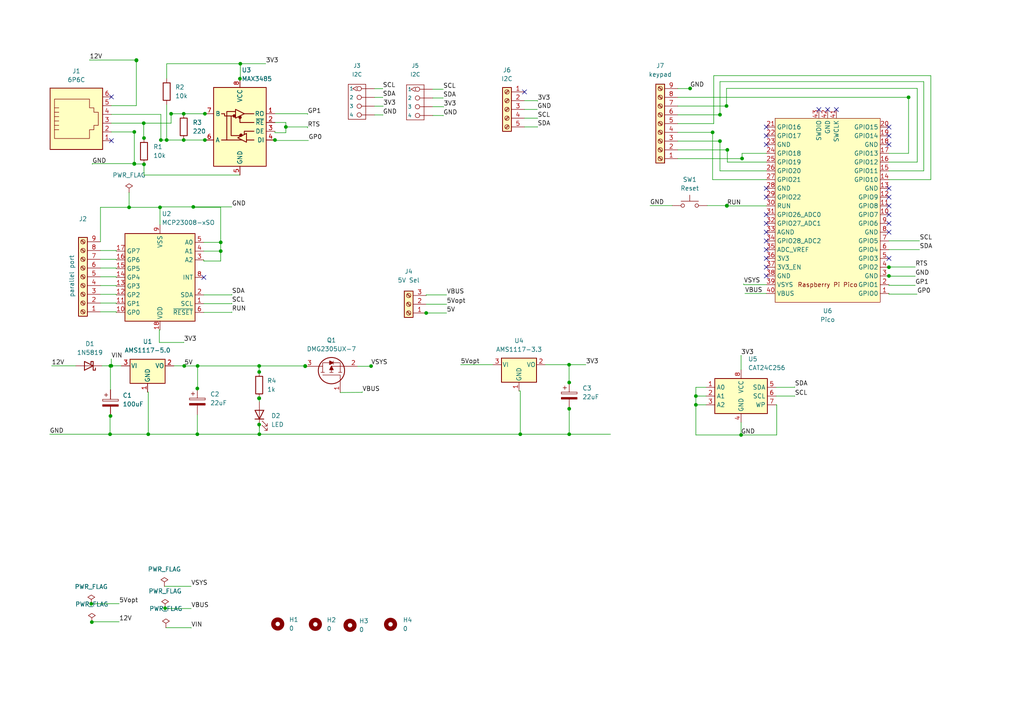
<source format=kicad_sch>
(kicad_sch (version 20211123) (generator eeschema)
  (paper "A4")
  (title_block (title "Lenz  Xpressnet Throttle") (date "2024-04-09") (rev "3.0"))
  (lib_symbols
    (symbol "Connector:6P6C" (pin_names (offset 1.016))
      (property "Reference" "J" (at -5.08 11.43 0))
      (property "Value" "6P6C" (at 2.54 11.43 0))
      (symbol "6P6C_1_1"
        (pin passive line (at 10.16 -5.08 180) (length 2.54) (name "~") (number "1"))
        (pin passive line (at 10.16 -2.54 180) (length 2.54) (name "~") (number "2"))
        (pin passive line (at 10.16 0 180) (length 2.54) (name "~") (number "3"))
        (pin passive line (at 10.16 2.54 180) (length 2.54) (name "~") (number "4"))
        (pin passive line (at 10.16 5.08 180) (length 2.54) (name "~") (number "5"))
        (pin passive line (at 10.16 7.62 180) (length 2.54) (name "~") (number "6"))
      )
    )
    (symbol "Connector:Screw_Terminal_01x03" (pin_names (offset 1.016) hide)
      (property "Reference" "J" (at 0 5.08 0))
      (property "Value" "Screw_Terminal_01x03" (at 0 -5.08 0))
      (symbol "Screw_Terminal_01x03_1_1"
        (pin passive line (at -5.08 2.54 0) (length 3.81) (name "Pin_1") (number "1"))
        (pin passive line (at -5.08 0 0) (length 3.81) (name "Pin_2") (number "2"))
        (pin passive line (at -5.08 -2.54 0) (length 3.81) (name "Pin_3") (number "3"))
      )
    )
    (symbol "Connector:Screw_Terminal_01x05" (pin_names (offset 1.016) hide)
      (property "Reference" "J" (at 0 7.62 0))
      (property "Value" "Screw_Terminal_01x05" (at 0 -7.62 0))
      (symbol "Screw_Terminal_01x05_1_1"
        (pin passive line (at -5.08 5.08 0) (length 3.81) (name "Pin_1") (number "1"))
        (pin passive line (at -5.08 2.54 0) (length 3.81) (name "Pin_2") (number "2"))
        (pin passive line (at -5.08 0 0) (length 3.81) (name "Pin_3") (number "3"))
        (pin passive line (at -5.08 -2.54 0) (length 3.81) (name "Pin_4") (number "4"))
        (pin passive line (at -5.08 -5.08 0) (length 3.81) (name "Pin_5") (number "5"))
      )
    )
    (symbol "Connector:Screw_Terminal_01x09" (pin_names (offset 1.016) hide)
      (property "Reference" "J" (at 0 12.7 0))
      (property "Value" "Screw_Terminal_01x09" (at 0 -12.7 0))
      (symbol "Screw_Terminal_01x09_1_1"
        (pin passive line (at -5.08 10.16 0) (length 3.81) (name "Pin_1") (number "1"))
        (pin passive line (at -5.08 7.62 0) (length 3.81) (name "Pin_2") (number "2"))
        (pin passive line (at -5.08 5.08 0) (length 3.81) (name "Pin_3") (number "3"))
        (pin passive line (at -5.08 2.54 0) (length 3.81) (name "Pin_4") (number "4"))
        (pin passive line (at -5.08 0 0) (length 3.81) (name "Pin_5") (number "5"))
        (pin passive line (at -5.08 -2.54 0) (length 3.81) (name "Pin_6") (number "6"))
        (pin passive line (at -5.08 -5.08 0) (length 3.81) (name "Pin_7") (number "7"))
        (pin passive line (at -5.08 -7.62 0) (length 3.81) (name "Pin_8") (number "8"))
        (pin passive line (at -5.08 -10.16 0) (length 3.81) (name "Pin_9") (number "9"))
      )
    )
    (symbol "DMG2305UX-7:DMG2305UX-7" (pin_names (offset 0.762))
      (property "Reference" "Q" (at 11.43 3.81 0))
      (property "Value" "DMG2305UX-7" (at 11.43 1.27 0))
      (symbol "DMG2305UX-7_0_0"
        (pin passive line (at 0 0 0) (length 2.54) (name "~") (number "1"))
        (pin passive line (at 7.62 -5.08 90) (length 2.54) (name "~") (number "2"))
        (pin passive line (at 7.62 10.16 270) (length 2.54) (name "~") (number "3"))
      )
    )
    (symbol "Device:C_Polarized" (pin_numbers hide) (pin_names (offset 0.254))
      (property "Reference" "C" (at 0.635 2.54 0))
      (property "Value" "C_Polarized" (at 0.635 -2.54 0))
      (symbol "C_Polarized_1_1"
        (pin passive line (at 0 3.81 270) (length 2.794) (name "~") (number "1"))
        (pin passive line (at 0 -3.81 90) (length 2.794) (name "~") (number "2"))
      )
    )
    (symbol "Device:LED" (pin_numbers hide) (pin_names (offset 1.016) hide)
      (property "Reference" "D" (at 0 2.54 0))
      (property "Value" "LED" (at 0 -2.54 0))
      (symbol "LED_1_1"
        (pin passive line (at -3.81 0 0) (length 2.54) (name "K") (number "1"))
        (pin passive line (at 3.81 0 180) (length 2.54) (name "A") (number "2"))
      )
    )
    (symbol "Device:R" (pin_numbers hide) (pin_names (offset 0))
      (property "Reference" "R" (at 2.032 0 90))
      (property "Value" "R" (at 0 0 90))
      (symbol "R_1_1"
        (pin passive line (at 0 3.81 270) (length 1.27) (name "~") (number "1"))
        (pin passive line (at 0 -3.81 90) (length 1.27) (name "~") (number "2"))
      )
    )
    (symbol "Diode:1N5819" (pin_numbers hide) (pin_names (offset 1.016) hide)
      (property "Reference" "D" (at 0 2.54 0))
      (property "Value" "1N5819" (at 0 -2.54 0))
      (symbol "1N5819_1_1"
        (pin passive line (at -3.81 0 0) (length 2.54) (name "K") (number "1"))
        (pin passive line (at 3.81 0 180) (length 2.54) (name "A") (number "2"))
      )
    )
    (symbol "Interface_Expansion:MCP23008-xSO"
      (property "Reference" "U" (at -8.89 13.97 0))
      (property "Value" "MCP23008-xSO" (at 8.89 13.97 0))
      (symbol "MCP23008-xSO_1_1"
        (pin input line (at -12.7 7.62 0) (length 2.54) (name "SCL") (number "1"))
        (pin bidirectional line (at 12.7 10.16 180) (length 2.54) (name "GP0") (number "10"))
        (pin bidirectional line (at 12.7 7.62 180) (length 2.54) (name "GP1") (number "11"))
        (pin bidirectional line (at 12.7 5.08 180) (length 2.54) (name "GP2") (number "12"))
        (pin bidirectional line (at 12.7 2.54 180) (length 2.54) (name "GP3") (number "13"))
        (pin bidirectional line (at 12.7 0 180) (length 2.54) (name "GP4") (number "14"))
        (pin bidirectional line (at 12.7 -2.54 180) (length 2.54) (name "GP5") (number "15"))
        (pin bidirectional line (at 12.7 -5.08 180) (length 2.54) (name "GP6") (number "16"))
        (pin bidirectional line (at 12.7 -7.62 180) (length 2.54) (name "GP7") (number "17"))
        (pin power_in line (at 0 15.24 270) (length 2.54) (name "VDD") (number "18"))
        (pin bidirectional line (at -12.7 5.08 0) (length 2.54) (name "SDA") (number "2"))
        (pin input line (at -12.7 -5.08 0) (length 2.54) (name "A2") (number "3"))
        (pin input line (at -12.7 -7.62 0) (length 2.54) (name "A1") (number "4"))
        (pin input line (at -12.7 -10.16 0) (length 2.54) (name "A0") (number "5"))
        (pin input line (at -12.7 10.16 0) (length 2.54) (name "~{RESET}") (number "6"))
        (pin no_connect line (at -10.16 -2.54 0) (length 2.54) hide (name "NC") (number "7"))
        (pin output line (at -12.7 0 0) (length 2.54) (name "INT") (number "8"))
        (pin power_in line (at 0 -15.24 90) (length 2.54) (name "VSS") (number "9"))
      )
    )
    (symbol "Interface_UART:MAX3485"
      (property "Reference" "U" (at -6.096 11.43 0))
      (property "Value" "MAX3485" (at 0.762 11.43 0))
      (symbol "MAX3485_1_1"
        (pin output line (at -10.16 2.54 0) (length 2.54) (name "RO") (number "1"))
        (pin input line (at -10.16 0 0) (length 2.54) (name "~{RE}") (number "2"))
        (pin input line (at -10.16 -2.54 0) (length 2.54) (name "DE") (number "3"))
        (pin input line (at -10.16 -5.08 0) (length 2.54) (name "DI") (number "4"))
        (pin power_in line (at 0 -15.24 90) (length 2.54) (name "GND") (number "5"))
        (pin bidirectional line (at 10.16 -5.08 180) (length 2.54) (name "A") (number "6"))
        (pin bidirectional line (at 10.16 2.54 180) (length 2.54) (name "B") (number "7"))
        (pin power_in line (at 0 12.7 270) (length 2.54) (name "VCC") (number "8"))
      )
    )
    (symbol "MCU_RaspberryPi_and_Boards:Pico"
      (property "Reference" "U" (at -13.97 27.94 0))
      (property "Value" "Pico" (at 0 19.05 0))
      (symbol "Pico_0_0"
        (text "Raspberry Pi Pico" (at 0 21.59 0) (effects (font (size 1.27 1.27))))
      )
      (symbol "Pico_1_1"
        (pin bidirectional line (at -17.78 24.13 0) (length 2.54) (name "GPIO0") (number "1"))
        (pin bidirectional line (at -17.78 1.27 0) (length 2.54) (name "GPIO7") (number "10"))
        (pin bidirectional line (at -17.78 -1.27 0) (length 2.54) (name "GPIO8") (number "11"))
        (pin bidirectional line (at -17.78 -3.81 0) (length 2.54) (name "GPIO9") (number "12"))
        (pin power_in line (at -17.78 -6.35 0) (length 2.54) (name "GND") (number "13"))
        (pin bidirectional line (at -17.78 -8.89 0) (length 2.54) (name "GPIO10") (number "14"))
        (pin bidirectional line (at -17.78 -11.43 0) (length 2.54) (name "GPIO11") (number "15"))
        (pin bidirectional line (at -17.78 -13.97 0) (length 2.54) (name "GPIO12") (number "16"))
        (pin bidirectional line (at -17.78 -16.51 0) (length 2.54) (name "GPIO13") (number "17"))
        (pin power_in line (at -17.78 -19.05 0) (length 2.54) (name "GND") (number "18"))
        (pin bidirectional line (at -17.78 -21.59 0) (length 2.54) (name "GPIO14") (number "19"))
        (pin bidirectional line (at -17.78 21.59 0) (length 2.54) (name "GPIO1") (number "2"))
        (pin bidirectional line (at -17.78 -24.13 0) (length 2.54) (name "GPIO15") (number "20"))
        (pin bidirectional line (at 17.78 -24.13 180) (length 2.54) (name "GPIO16") (number "21"))
        (pin bidirectional line (at 17.78 -21.59 180) (length 2.54) (name "GPIO17") (number "22"))
        (pin power_in line (at 17.78 -19.05 180) (length 2.54) (name "GND") (number "23"))
        (pin bidirectional line (at 17.78 -16.51 180) (length 2.54) (name "GPIO18") (number "24"))
        (pin bidirectional line (at 17.78 -13.97 180) (length 2.54) (name "GPIO19") (number "25"))
        (pin bidirectional line (at 17.78 -11.43 180) (length 2.54) (name "GPIO20") (number "26"))
        (pin bidirectional line (at 17.78 -8.89 180) (length 2.54) (name "GPIO21") (number "27"))
        (pin power_in line (at 17.78 -6.35 180) (length 2.54) (name "GND") (number "28"))
        (pin bidirectional line (at 17.78 -3.81 180) (length 2.54) (name "GPIO22") (number "29"))
        (pin power_in line (at -17.78 19.05 0) (length 2.54) (name "GND") (number "3"))
        (pin input line (at 17.78 -1.27 180) (length 2.54) (name "RUN") (number "30"))
        (pin bidirectional line (at 17.78 1.27 180) (length 2.54) (name "GPIO26_ADC0") (number "31"))
        (pin bidirectional line (at 17.78 3.81 180) (length 2.54) (name "GPIO27_ADC1") (number "32"))
        (pin power_in line (at 17.78 6.35 180) (length 2.54) (name "AGND") (number "33"))
        (pin bidirectional line (at 17.78 8.89 180) (length 2.54) (name "GPIO28_ADC2") (number "34"))
        (pin power_in line (at 17.78 11.43 180) (length 2.54) (name "ADC_VREF") (number "35"))
        (pin power_in line (at 17.78 13.97 180) (length 2.54) (name "3V3") (number "36"))
        (pin input line (at 17.78 16.51 180) (length 2.54) (name "3V3_EN") (number "37"))
        (pin bidirectional line (at 17.78 19.05 180) (length 2.54) (name "GND") (number "38"))
        (pin power_in line (at 17.78 21.59 180) (length 2.54) (name "VSYS") (number "39"))
        (pin bidirectional line (at -17.78 16.51 0) (length 2.54) (name "GPIO2") (number "4"))
        (pin power_in line (at 17.78 24.13 180) (length 2.54) (name "VBUS") (number "40"))
        (pin input line (at -2.54 -29.21 90) (length 2.54) (name "SWCLK") (number "41"))
        (pin power_in line (at 0 -29.21 90) (length 2.54) (name "GND") (number "42"))
        (pin bidirectional line (at 2.54 -29.21 90) (length 2.54) (name "SWDIO") (number "43"))
        (pin bidirectional line (at -17.78 13.97 0) (length 2.54) (name "GPIO3") (number "5"))
        (pin bidirectional line (at -17.78 11.43 0) (length 2.54) (name "GPIO4") (number "6"))
        (pin bidirectional line (at -17.78 8.89 0) (length 2.54) (name "GPIO5") (number "7"))
        (pin power_in line (at -17.78 6.35 0) (length 2.54) (name "GND") (number "8"))
        (pin bidirectional line (at -17.78 3.81 0) (length 2.54) (name "GPIO6") (number "9"))
      )
    )
    (symbol "Mechanical:MountingHole" (pin_names (offset 1.016))
      (property "Reference" "H" (at 0 5.08 0))
      (property "Value" "MountingHole" (at 0 3.175 0))
    )
    (symbol "Memory_EEPROM:CAT24C256"
      (property "Reference" "U" (at -6.35 6.35 0))
      (property "Value" "CAT24C256" (at 1.27 6.35 0))
      (symbol "CAT24C256_1_1"
        (pin input line (at -10.16 2.54 0) (length 2.54) (name "A0") (number "1"))
        (pin input line (at -10.16 0 0) (length 2.54) (name "A1") (number "2"))
        (pin input line (at -10.16 -2.54 0) (length 2.54) (name "A2") (number "3"))
        (pin power_in line (at 0 -7.62 90) (length 2.54) (name "GND") (number "4"))
        (pin bidirectional line (at 10.16 2.54 180) (length 2.54) (name "SDA") (number "5"))
        (pin input line (at 10.16 0 180) (length 2.54) (name "SCL") (number "6"))
        (pin input line (at 10.16 -2.54 180) (length 2.54) (name "WP") (number "7"))
        (pin power_in line (at 0 7.62 270) (length 2.54) (name "VCC") (number "8"))
      )
    )
    (symbol "OPL_Connector:GROVE-CONNECTOR-DIP_4P-2.0_" (pin_numbers hide) (pin_names (offset 1.016))
      (property "Reference" "J" (at -6.35 6.35 0))
      (property "Value" "GROVE-CONNECTOR-DIP_4P-2.0_" (at 0 6.35 0))
      (symbol "GROVE-CONNECTOR-DIP_4P-2.0__1_1"
        (pin bidirectional inverted_clock (at -3.81 3.81 0) (length 5.08) (name "1") (number "1"))
        (pin bidirectional inverted (at -3.81 1.27 0) (length 5.08) (name "2") (number "2"))
        (pin bidirectional inverted (at -3.81 -1.27 0) (length 5.08) (name "3") (number "3"))
        (pin bidirectional inverted (at -3.81 -3.81 0) (length 5.08) (name "4") (number "4"))
      )
    )
    (symbol "Regulator_Linear:AMS1117-3.3" (pin_names (offset 0.254))
      (property "Reference" "U" (at -3.81 3.175 0))
      (property "Value" "AMS1117-3.3" (at 0 3.175 0))
      (symbol "AMS1117-3.3_1_1"
        (pin power_in line (at 0 -7.62 90) (length 2.54) (name "GND") (number "1"))
        (pin power_out line (at 7.62 0 180) (length 2.54) (name "VO") (number "2"))
        (pin power_in line (at -7.62 0 0) (length 2.54) (name "VI") (number "3"))
      )
    )
    (symbol "Regulator_Linear:AMS1117-5.0" (pin_names (offset 0.254))
      (property "Reference" "U" (at -3.81 3.175 0))
      (property "Value" "AMS1117-5.0" (at 0 3.175 0))
      (symbol "AMS1117-5.0_1_1"
        (pin power_in line (at 0 -7.62 90) (length 2.54) (name "GND") (number "1"))
        (pin power_out line (at 7.62 0 180) (length 2.54) (name "VO") (number "2"))
        (pin power_in line (at -7.62 0 0) (length 2.54) (name "VI") (number "3"))
      )
    )
    (symbol "Switch:SW_Push" (pin_numbers hide) (pin_names (offset 1.016) hide)
      (property "Reference" "SW" (at 1.27 2.54 0))
      (property "Value" "SW_Push" (at 0 -1.524 0))
      (symbol "SW_Push_0_1"
        (pin passive line (at -5.08 0 0) (length 2.54) (name "1") (number "1"))
        (pin passive line (at 5.08 0 180) (length 2.54) (name "2") (number "2"))
      )
    )
    (symbol "power:PWR_FLAG" (power) (pin_numbers hide) (pin_names (offset 0) hide)
      (property "Value" "PWR_FLAG" (at 0 3.81 0))
      (symbol "PWR_FLAG_0_0"
        (pin power_out line (at 0 0 90) (length 0) (name "pwr") (number "1"))
      )
    )
  )
  (junction (at 210.7189 30.7381))
  (junction (at 123.6135 90.782))
  (junction (at 82.9106 36.8207))
  (junction (at 165.0561 105.7795))
  (junction (at 88.5138 106.2292))
  (junction (at 38.9521 47.5552))
  (junction (at 165.0932 110.9428))
  (junction (at 69.706 18.481))
  (junction (at 75.2236 125.948))
  (junction (at 263.5181 28.2271))
  (junction (at 79.7461 40.6075))
  (junction (at 257.8281 77.4973))
  (junction (at 107.6224 106.1824))
  (junction (at 48.3481 40.617))
  (junction (at 53.4353 106.139))
  (junction (at 32.0449 120.6533))
  (junction (at 150.9022 125.948))
  (junction (at 208.8197 40.9271))
  (junction (at 53.2877 40.617))
  (junction (at 32.0213 106.1064))
  (junction (at 57.2363 125.948))
  (junction (at 257.8281 80.0373))
  (junction (at 46.4082 60.1369))
  (junction (at 39.5667 17.4146))
  (junction (at 47.8864 176.4032))
  (junction (at 200.1591 25.6581))
  (junction (at 210.8216 59.6272))
  (junction (at 210.9555 43.4671))
  (junction (at 37.4416 60.1369))
  (junction (at 31.9198 125.948))
  (junction (at 64.0163 72.8339))
  (junction (at 214.9438 126.1546))
  (junction (at 165.0932 118.5628))
  (junction (at 57.3129 106.139))
  (junction (at 75.1754 107.8827))
  (junction (at 69.5861 22.8275))
  (junction (at 206.6838 38.3871))
  (junction (at 59.4261 32.9875))
  (junction (at 46.66 40.617))
  (junction (at 38.9521 38.2651))
  (junction (at 53.2877 32.997))
  (junction (at 56.0588 60.009))
  (junction (at 208.8276 33.2781))
  (junction (at 215.2272 45.9781))
  (junction (at 59.4261 40.617))
  (junction (at 26.473 175.1236))
  (junction (at 201.8307 114.8779))
  (junction (at 165.0949 125.948))
  (junction (at 75.1754 115.5027))
  (junction (at 75.1507 115.5169))
  (junction (at 26.639 180.4353))
  (junction (at 57.2363 112.6785))
  (junction (at 75.1679 106.139))
  (junction (at 88.5138 106.139))
  (junction (at 41.687 35.7251))
  (junction (at 41.762 40.0405))
  (junction (at 32.2766 106.1064))
  (junction (at 41.762 47.6605))
  (junction (at 49.6246 32.997))
  (junction (at 64.0163 70.2939))
  (junction (at 38.9521 47.4486))
  (junction (at 43.0027 125.948))
  (junction (at 201.8307 117.4179))
  (junction (at 75.1542 123.1369))
  (junction (at 75.1542 115.5169))
  (junction (at 210.8216 59.7173))
  (junction (at 39.5667 17.5424))
  (no_connect (at 237.5081 31.7773))
  (no_connect (at 222.2681 72.4173))
  (no_connect (at 222.2681 62.2573))
  (no_connect (at 222.2681 54.6373))
  (no_connect (at 222.2681 80.0373))
  (no_connect (at 32.3128 40.8051))
  (no_connect (at 257.8281 67.3373))
  (no_connect (at 222.2681 77.4973))
  (no_connect (at 222.2681 41.9373))
  (no_connect (at 257.8281 57.1773))
  (no_connect (at 222.2681 39.3973))
  (no_connect (at 222.2681 74.9573))
  (no_connect (at 257.8281 59.7173))
  (no_connect (at 222.2681 67.3373))
  (no_connect (at 257.8281 41.9373))
  (no_connect (at 257.8281 39.3973))
  (no_connect (at 222.2681 69.8773))
  (no_connect (at 59.1082 80.4539))
  (no_connect (at 257.8281 64.7973))
  (no_connect (at 222.2681 64.7973))
  (no_connect (at 32.3128 28.1051))
  (no_connect (at 242.5881 31.7773))
  (no_connect (at 257.8281 62.2573))
  (no_connect (at 257.8281 74.9573))
  (no_connect (at 152.1247 26.657))
  (no_connect (at 240.0481 31.7773))
  (no_connect (at 257.8281 36.8573))
  (no_connect (at 257.8281 54.6373))
  (no_connect (at 222.2681 36.8573))
  (no_connect (at 222.2681 57.1773))
  (wire (pts (xy 206.6838 52.0973) (xy 222.2681 52.0973)))
  (wire (pts (xy 49.6246 32.9582) (xy 49.6246 32.997)))
  (wire (pts (xy 33.7082 85.3646) (xy 33.7082 85.5339)))
  (wire (pts (xy 64.0163 60.1369) (xy 56.0588 60.1369)))
  (wire (pts (xy 105.0754 113.8024) (xy 105.0754 113.6306)))
  (wire (pts (xy 257.8281 77.4426) (xy 257.8281 77.4973)))
  (wire (pts (xy 79.7461 40.7463) (xy 79.7461 40.6075)))
  (wire (pts (xy 39.545 17.5424) (xy 39.5667 17.5424)))
  (wire (pts (xy 110.9975 28.2533) (xy 110.9975 28.2071)))
  (wire (pts (xy 88.5138 106.139) (xy 88.5138 106.2292)))
  (wire (pts (xy 89.4663 40.7463) (xy 79.7461 40.7463)))
  (wire (pts (xy 29.1396 77.7446) (xy 33.7082 77.7446)))
  (wire (pts (xy 208.8197 40.9271) (xy 208.8197 49.5573)))
  (wire (pts (xy 210.7189 30.7381) (xy 210.7189 25.6418)))
  (wire (pts (xy 59.4261 40.6075) (xy 59.4261 40.617)))
  (wire (pts (xy 225.2873 117.4179) (xy 225.1038 117.4179)))
  (wire (pts (xy 29.1396 60.1369) (xy 37.4416 60.1369)))
  (wire (pts (xy 75.1679 107.8827) (xy 75.1754 107.8827)))
  (wire (pts (xy 165.0949 125.948) (xy 177.074 125.948)))
  (wire (pts (xy 55.4536 182.0554) (xy 55.4536 182.1481)))
  (wire (pts (xy 208.8197 40.8981) (xy 208.8197 40.9271)))
  (wire (pts (xy 41.762 47.5552) (xy 41.762 47.6605)))
  (wire (pts (xy 32.3128 30.6451) (xy 39.545 30.6451)))
  (wire (pts (xy 59.4261 40.617) (xy 59.4261 40.6661)))
  (wire (pts (xy 257.8281 85.3081) (xy 257.8281 85.1173)))
  (wire (pts (xy 230.5085 112.3379) (xy 230.5085 112.2001)))
  (wire (pts (xy 201.8307 112.3379) (xy 201.8307 114.8779)))
  (wire (pts (xy 32.0213 106.1064) (xy 32.2766 106.1064)))
  (wire (pts (xy 25.9824 17.4146) (xy 25.9824 17.371)))
  (wire (pts (xy 152.1247 36.817) (xy 155.9024 36.817)))
  (wire (pts (xy 29.1396 75.2046) (xy 33.7082 75.2046)))
  (wire (pts (xy 32.3128 38.2651) (xy 38.9521 38.2651)))
  (wire (pts (xy 57.3129 106.139) (xy 75.1679 106.139)))
  (wire (pts (xy 43.0027 125.948) (xy 43.0027 113.7264)))
  (wire (pts (xy 48.3481 22.752) (xy 48.3481 18.481)))
  (wire (pts (xy 34.5567 175.0971) (xy 26.473 175.0971)))
  (wire (pts (xy 266.0399 25.6418) (xy 266.0399 47.0173)))
  (wire (pts (xy 265.9926 85.3081) (xy 257.8281 85.3081)))
  (wire (pts (xy 196.5759 38.3871) (xy 206.6838 38.3871)))
  (wire (pts (xy 41.762 47.6605) (xy 41.762 50.7675)))
  (wire (pts (xy 196.5759 40.9271) (xy 208.8197 40.9271)))
  (wire (pts (xy 269.9801 21.938) (xy 269.9801 52.0973)))
  (wire (pts (xy 53.4353 106.139) (xy 57.3129 106.139)))
  (wire (pts (xy 75.2236 125.948) (xy 150.9022 125.948)))
  (wire (pts (xy 57.2363 120.2985) (xy 57.2363 125.948)))
  (wire (pts (xy 165.0561 105.7795) (xy 165.0561 110.9428)))
  (wire (pts (xy 210.7189 25.6418) (xy 266.0399 25.6418)))
  (wire (pts (xy 75.1679 106.139) (xy 75.1679 107.8827)))
  (wire (pts (xy 267.9312 23.6717) (xy 267.9312 49.5573)))
  (wire (pts (xy 215.2272 46.0071) (xy 215.2272 45.9781)))
  (wire (pts (xy 165.0949 118.5628) (xy 165.0932 118.5628)))
  (wire (pts (xy 196.5759 46.0071) (xy 215.2272 46.0071)))
  (wire (pts (xy 67.2462 85.5339) (xy 67.2462 85.3686)))
  (wire (pts (xy 43.0027 125.948) (xy 57.2363 125.948)))
  (wire (pts (xy 208.8276 33.2781) (xy 208.8276 23.6717)))
  (wire (pts (xy 201.8307 117.4179) (xy 204.7838 117.4179)))
  (wire (pts (xy 46.4082 60.1369) (xy 46.4082 65.2139)))
  (wire (pts (xy 41.687 35.7251) (xy 41.687 40.0405)))
  (wire (pts (xy 67.2462 90.6139) (xy 67.2462 90.4798)))
  (wire (pts (xy 64.0163 70.2939) (xy 64.0163 60.1369)))
  (wire (pts (xy 215.2272 44.4773) (xy 222.2681 44.4773)))
  (wire (pts (xy 56.0588 60.009) (xy 67.2462 60.009)))
  (wire (pts (xy 75.1679 106.139) (xy 88.5138 106.139)))
  (wire (pts (xy 196.5759 43.4671) (xy 210.9555 43.4671)))
  (wire (pts (xy 46.66 33.1851) (xy 46.66 40.617)))
  (wire (pts (xy 55.4536 176.5021) (xy 47.8864 176.5021)))
  (wire (pts (xy 29.1396 87.9046) (xy 33.7082 87.9046)))
  (wire (pts (xy 225.1038 112.3379) (xy 230.5085 112.3379)))
  (wire (pts (xy 208.8276 33.3071) (xy 208.8276 33.2781)))
  (wire (pts (xy 29.1396 85.3646) (xy 33.7082 85.3646)))
  (wire (pts (xy 33.7082 90.4446) (xy 33.7082 90.6139)))
  (wire (pts (xy 38.9521 47.5552) (xy 41.762 47.5552)))
  (wire (pts (xy 82.9106 36.8207) (xy 89.2218 36.8207)))
  (wire (pts (xy 110.9975 25.7133) (xy 110.9975 25.6828)))
  (wire (pts (xy 59.1082 88.0739) (xy 67.2462 88.0739)))
  (wire (pts (xy 103.7538 106.2292) (xy 107.6224 106.2292)))
  (wire (pts (xy 150.9022 113.3995) (xy 150.5338 113.3995)))
  (wire (pts (xy 57.3129 106.139) (xy 57.3129 112.6785)))
  (wire (pts (xy 37.4416 60.1369) (xy 46.4082 60.1369)))
  (wire (pts (xy 257.8281 82.7571) (xy 257.8281 82.5773)))
  (wire (pts (xy 14.4151 125.948) (xy 31.9198 125.948)))
  (wire (pts (xy 49.6246 32.997) (xy 49.6246 35.7251)))
  (wire (pts (xy 29.1396 80.2846) (xy 33.7082 80.2846)))
  (wire (pts (xy 216.055 85.1173) (xy 222.2681 85.1173)))
  (wire (pts (xy 123.6135 90.7816) (xy 123.6135 90.782)))
  (wire (pts (xy 33.7082 82.8246) (xy 33.7082 82.9939)))
  (wire (pts (xy 129.5384 90.7816) (xy 123.6135 90.7816)))
  (wire (pts (xy 257.81 72.39) (xy 266.7 72.39)))
  (wire (pts (xy 38.9521 38.2651) (xy 38.9521 47.4486)))
  (wire (pts (xy 267.9312 49.5573) (xy 257.8281 49.5573)))
  (wire (pts (xy 38.9521 47.4486) (xy 26.7688 47.4486)))
  (wire (pts (xy 75.1754 115.5027) (xy 75.1507 115.5169)))
  (wire (pts (xy 201.8307 112.3379) (xy 204.7838 112.3379)))
  (wire (pts (xy 75.1507 115.5169) (xy 75.1542 115.5169)))
  (wire (pts (xy 196.5759 33.3071) (xy 208.8276 33.3071)))
  (wire (pts (xy 111.0548 33.3333) (xy 111.0548 33.3705)))
  (wire (pts (xy 29.1396 70.1246) (xy 29.1396 60.1369)))
  (wire (pts (xy 29.1396 90.4446) (xy 33.7082 90.4446)))
  (wire (pts (xy 128.6478 30.9606) (xy 128.6478 31.0099)))
  (wire (pts (xy 210.8216 59.7173) (xy 222.2681 59.7173)))
  (wire (pts (xy 200.1591 25.6581) (xy 200.1591 25.5517)))
  (wire (pts (xy 26.473 175.0971) (xy 26.473 175.1236)))
  (wire (pts (xy 33.7082 72.6646) (xy 33.7082 72.8339)))
  (wire (pts (xy 215.2272 45.9781) (xy 215.2272 44.4773)))
  (wire (pts (xy 210.9555 47.0173) (xy 222.2681 47.0173)))
  (wire (pts (xy 201.8307 114.8779) (xy 201.8307 117.4179)))
  (wire (pts (xy 31.9198 125.948) (xy 31.9198 120.6533)))
  (wire (pts (xy 59.1082 90.6139) (xy 67.2462 90.6139)))
  (wire (pts (xy 230.5085 114.8779) (xy 230.5085 114.9378)))
  (wire (pts (xy 48.3481 30.372) (xy 48.3481 40.617)))
  (wire (pts (xy 41.687 35.7251) (xy 49.6246 35.7251)))
  (wire (pts (xy 201.8307 117.4179) (xy 201.8307 126.1546)))
  (wire (pts (xy 48.1207 182.0554) (xy 55.4536 182.0554)))
  (wire (pts (xy 82.9106 38.5037) (xy 79.7461 38.5037)))
  (wire (pts (xy 88.5138 106.1064) (xy 88.5138 106.139)))
  (wire (pts (xy 129.5384 85.533) (xy 123.6135 85.533)))
  (wire (pts (xy 26.639 180.3457) (xy 26.639 180.4353)))
  (wire (pts (xy 57.3129 112.6785) (xy 57.2363 112.6785)))
  (wire (pts (xy 214.9438 126.1546) (xy 225.2873 126.1546)))
  (wire (pts (xy 128.5793 33.5006) (xy 128.5793 33.5916)))
  (wire (pts (xy 59.1082 70.2939) (xy 64.0163 70.2939)))
  (wire (pts (xy 155.9024 34.277) (xy 155.9024 34.3086)))
  (wire (pts (xy 133.603 105.7795) (xy 142.9138 105.7795)))
  (wire (pts (xy 39.5667 17.4146) (xy 39.5667 17.5424)))
  (wire (pts (xy 46.4082 60.009) (xy 56.0588 60.009)))
  (wire (pts (xy 210.8216 59.6272) (xy 210.8216 59.7173)))
  (wire (pts (xy 150.9022 125.948) (xy 165.0949 125.948)))
  (wire (pts (xy 125.5331 30.9606) (xy 128.6478 30.9606)))
  (wire (pts (xy 59.4261 32.9582) (xy 59.4261 32.9875)))
  (wire (pts (xy 39.5667 17.5424) (xy 39.7426 17.5424)))
  (wire (pts (xy 207.0151 35.8471) (xy 196.5759 35.8471)))
  (wire (pts (xy 123.6135 85.533) (xy 123.6135 85.702)))
  (wire (pts (xy 53.4353 106.1064) (xy 53.4353 106.139)))
  (wire (pts (xy 108.6296 30.7933) (xy 111.1233 30.7933)))
  (wire (pts (xy 33.7082 80.2846) (xy 33.7082 80.4539)))
  (wire (pts (xy 59.4261 32.9875) (xy 59.4261 32.997)))
  (wire (pts (xy 225.2873 126.1546) (xy 225.2873 117.4179)))
  (wire (pts (xy 57.2363 125.948) (xy 75.2236 125.948)))
  (wire (pts (xy 46.2116 99.3261) (xy 46.2116 95.6939)))
  (wire (pts (xy 150.9022 125.948) (xy 150.9022 113.3995)))
  (wire (pts (xy 128.522 25.8806) (xy 128.522 25.9039)))
  (wire (pts (xy 152.1247 29.197) (xy 155.9024 29.197)))
  (wire (pts (xy 79.7461 35.5275) (xy 82.9106 35.5275)))
  (wire (pts (xy 33.7082 75.2046) (xy 33.7082 75.3739)))
  (wire (pts (xy 46.2116 99.3261) (xy 53.3155 99.3261)))
  (wire (pts (xy 64.0163 72.8339) (xy 59.1082 72.8339)))
  (wire (pts (xy 43.0027 113.7264) (xy 42.8036 113.7264)))
  (wire (pts (xy 208.8197 49.5573) (xy 222.2681 49.5573)))
  (wire (pts (xy 125.5331 33.5006) (xy 128.5793 33.5006)))
  (wire (pts (xy 53.3155 99.3261) (xy 53.3155 99.2537)))
  (wire (pts (xy 59.4261 32.997) (xy 53.2877 32.997)))
  (wire (pts (xy 38.9521 47.5552) (xy 38.9521 47.5835)))
  (wire (pts (xy 79.7461 32.9875) (xy 89.2218 32.9875)))
  (wire (pts (xy 210.9555 43.4671) (xy 210.9555 47.0173)))
  (wire (pts (xy 210.9555 43.4381) (xy 210.9555 43.4671)))
  (wire (pts (xy 59.1082 75.7132) (xy 59.1082 75.3739)))
  (wire (pts (xy 69.706 22.8275) (xy 69.5861 22.8275)))
  (wire (pts (xy 89.2218 36.8207) (xy 89.2218 37.1012)))
  (wire (pts (xy 75.2308 116.4651) (xy 75.1542 115.5169)))
  (wire (pts (xy 38.9521 38.2651) (xy 39.1497 38.2651)))
  (wire (pts (xy 155.9024 29.197) (xy 155.9024 29.3368)))
  (wire (pts (xy 39.545 30.6451) (xy 39.545 17.5424)))
  (wire (pts (xy 155.9024 36.817) (xy 155.9024 36.7658)))
  (wire (pts (xy 263.5181 28.2271) (xy 263.5181 44.4773)))
  (wire (pts (xy 31.9198 120.6533) (xy 32.0449 120.6533)))
  (wire (pts (xy 32.0213 106.1064) (xy 32.0449 113.0333)))
  (wire (pts (xy 29.1396 72.6646) (xy 33.7082 72.6646)))
  (wire (pts (xy 123.6135 88.242) (xy 129.5384 88.242)))
  (wire (pts (xy 196.5759 25.6871) (xy 200.1591 25.6871)))
  (wire (pts (xy 50.4236 106.1064) (xy 53.4353 106.1064)))
  (wire (pts (xy 49.6246 32.997) (xy 53.2877 32.997)))
  (wire (pts (xy 165.0561 110.9428) (xy 165.0932 110.9428)))
  (wire (pts (xy 265.4611 80.0999) (xy 257.8281 80.0999)))
  (wire (pts (xy 79.7461 38.5037) (xy 79.7461 38.0675)))
  (wire (pts (xy 125.5331 28.4206) (xy 128.522 28.4206)))
  (wire (pts (xy 210.7189 30.7671) (xy 210.7189 30.7381)))
  (wire (pts (xy 47.688 170.0547) (xy 55.4252 170.0547)))
  (wire (pts (xy 64.0163 75.7132) (xy 59.1082 75.7132)))
  (wire (pts (xy 263.5181 44.4773) (xy 257.8281 44.4773)))
  (wire (pts (xy 215.7164 82.5773) (xy 215.7164 82.3163)))
  (wire (pts (xy 214.9438 107.2579) (xy 214.9438 103.1095)))
  (wire (pts (xy 205.1379 59.6272) (xy 210.8216 59.6272)))
  (wire (pts (xy 34.5567 180.3457) (xy 26.639 180.3457)))
  (wire (pts (xy 14.9782 106.1064) (xy 21.9505 106.1064)))
  (wire (pts (xy 165.0949 125.948) (xy 165.0949 118.5628)))
  (wire (pts (xy 107.6224 106.2292) (xy 107.6224 106.1824)))
  (wire (pts (xy 32.2766 104.113) (xy 32.2766 106.1064)))
  (wire (pts (xy 69.706 18.481) (xy 77.0796 18.481)))
  (wire (pts (xy 128.522 28.4206) (xy 128.522 28.4282)))
  (wire (pts (xy 25.9824 17.4146) (xy 39.5667 17.4146)))
  (wire (pts (xy 257.8281 80.0999) (xy 257.8281 80.0373)))
  (wire (pts (xy 107.6224 106.1824) (xy 107.6224 106.0449)))
  (wire (pts (xy 69.706 18.481) (xy 69.706 22.8275)))
  (wire (pts (xy 41.762 50.7675) (xy 69.5861 50.7675)))
  (wire (pts (xy 53.2877 40.617) (xy 59.4261 40.617)))
  (wire (pts (xy 196.5759 30.7671) (xy 210.7189 30.7671)))
  (wire (pts (xy 108.6296 25.7133) (xy 110.9975 25.7133)))
  (wire (pts (xy 257.81 69.85) (xy 266.7 69.85)))
  (wire (pts (xy 108.6296 28.2533) (xy 110.9975 28.2533)))
  (wire (pts (xy 125.5331 25.8806) (xy 128.522 25.8806)))
  (wire (pts (xy 98.6738 113.8492) (xy 105.0754 113.8024)))
  (wire (pts (xy 32.3128 35.7251) (xy 41.687 35.7251)))
  (wire (pts (xy 207.0151 21.938) (xy 207.0151 35.8471)))
  (wire (pts (xy 265.4611 77.4426) (xy 257.8281 77.4426)))
  (wire (pts (xy 200.1591 25.6871) (xy 200.1591 25.6581)))
  (wire (pts (xy 33.7082 77.7446) (xy 33.7082 77.9139)))
  (wire (pts (xy 222.2681 82.5773) (xy 215.7164 82.5773)))
  (wire (pts (xy 269.9801 52.0973) (xy 257.8281 52.0973)))
  (wire (pts (xy 89.2218 32.9875) (xy 89.2218 33.1743)))
  (wire (pts (xy 64.0163 70.2939) (xy 64.1856 70.2939)))
  (wire (pts (xy 82.9106 36.8207) (xy 82.9106 38.5037)))
  (wire (pts (xy 263.5181 28.1981) (xy 263.5181 28.2271)))
  (wire (pts (xy 152.1247 31.737) (xy 155.8452 31.737)))
  (wire (pts (xy 67.2462 88.0739) (xy 67.2462 87.9242)))
  (wire (pts (xy 38.9521 47.4486) (xy 38.9521 47.5552)))
  (wire (pts (xy 59.1082 85.5339) (xy 67.2462 85.5339)))
  (wire (pts (xy 208.8276 23.6717) (xy 267.9312 23.6717)))
  (wire (pts (xy 165.0561 105.7795) (xy 169.9212 105.7795)))
  (wire (pts (xy 206.6838 38.3581) (xy 206.6838 38.3871)))
  (wire (pts (xy 56.0588 60.1369) (xy 56.0588 60.009)))
  (wire (pts (xy 75.2236 125.948) (xy 75.2236 123.1369)))
  (wire (pts (xy 225.1038 114.8779) (xy 230.5085 114.8779)))
  (wire (pts (xy 152.1247 34.277) (xy 155.9024 34.277)))
  (wire (pts (xy 214.9438 103.1095) (xy 214.9307 103.1095)))
  (wire (pts (xy 37.4416 55.8377) (xy 37.4416 60.1369)))
  (wire (pts (xy 32.3128 33.1851) (xy 46.66 33.1851)))
  (wire (pts (xy 29.5705 106.1064) (xy 32.0213 106.1064)))
  (wire (pts (xy 64.0163 72.8339) (xy 64.0163 75.7132)))
  (wire (pts (xy 48.3481 18.481) (xy 69.706 18.481)))
  (wire (pts (xy 75.2236 123.1369) (xy 75.1542 123.1369)))
  (wire (pts (xy 31.9198 125.948) (xy 43.0027 125.948)))
  (wire (pts (xy 206.6838 38.3871) (xy 206.6838 52.0973)))
  (wire (pts (xy 46.66 40.617) (xy 48.3481 40.617)))
  (wire (pts (xy 266.0399 47.0173) (xy 257.8281 47.0173)))
  (wire (pts (xy 75.2308 124.0851) (xy 75.1542 123.1369)))
  (wire (pts (xy 108.6296 33.3333) (xy 111.0548 33.3333)))
  (wire (pts (xy 32.2766 106.1064) (xy 35.1836 106.1064)))
  (wire (pts (xy 196.5759 28.2271) (xy 263.5181 28.2271)))
  (wire (pts (xy 82.9106 35.5275) (xy 82.9106 36.8207)))
  (wire (pts (xy 33.7082 87.9046) (xy 33.7082 88.0739)))
  (wire (pts (xy 46.4082 60.009) (xy 46.4082 60.1369)))
  (wire (pts (xy 48.3481 40.617) (xy 53.2877 40.617)))
  (wire (pts (xy 26.7688 47.4486) (xy 26.7688 47.6452)))
  (wire (pts (xy 265.4611 82.7571) (xy 257.8281 82.7571)))
  (wire (pts (xy 201.8307 126.1546) (xy 214.9438 126.1546)))
  (wire (pts (xy 158.1538 105.7795) (xy 165.0561 105.7795)))
  (wire (pts (xy 46.66 40.617) (xy 46.66 40.6661)))
  (wire (pts (xy 29.1396 82.8246) (xy 33.7082 82.8246)))
  (wire (pts (xy 214.9438 122.4979) (xy 214.9438 126.1546)))
  (wire (pts (xy 188.5329 59.6272) (xy 194.9779 59.6272)))
  (wire (pts (xy 47.8864 176.5021) (xy 47.8864 176.4032)))
  (wire (pts (xy 111.1233 30.7933) (xy 111.1233 30.7888)))
  (wire (pts (xy 201.8307 114.8779) (xy 204.7838 114.8779)))
  (wire (pts (xy 46.2116 95.6939) (xy 46.4082 95.6939)))
  (wire (pts (xy 207.0151 21.938) (xy 269.9801 21.938)))
  (wire (pts (xy 64.0163 70.2939) (xy 64.0163 72.8339)))
  (wire (pts (xy 41.687 40.0405) (xy 41.762 40.0405)))
  (label "SDA" (at 266.7 72.39 0))
  (label "VIN" (at 32.2766 104.113 0))
  (label "12V" (at 34.5567 180.3457 0))
  (label "GND" (at 200.1591 25.5517 0))
  (label "SCL" (at 266.7 69.85 0))
  (label "VBUS" (at 105.0754 113.8024 0))
  (label "SCL" (at 155.9024 34.3086 0))
  (label "5Vopt" (at 133.603 105.7795 0))
  (label "5V" (at 53.4353 106.139 0))
  (label "SCL" (at 67.2462 87.9242 0))
  (label "SCL" (at 128.522 25.9039 0))
  (label "RTS" (at 89.2218 37.1012 0))
  (label "3V3" (at 53.3155 99.2537 0))
  (label "SCL" (at 230.5085 114.9378 0))
  (label "GND" (at 14.4151 125.948 0))
  (label "GP0" (at 265.9926 85.3081 0))
  (label "SDA" (at 155.9024 36.7658 0))
  (label "5V" (at 129.5384 90.7816 0))
  (label "3V3" (at 169.9212 105.7795 0))
  (label "VBUS" (at 55.4536 176.5021 0))
  (label "SDA" (at 230.5085 112.2001 0))
  (label "VBUS" (at 129.5384 85.533 0))
  (label "GND" (at 155.8452 31.737 0))
  (label "GND" (at 111.0548 33.3705 0))
  (label "5Vopt" (at 129.5384 88.242 0))
  (label "VSYS" (at 107.6224 106.0449 0))
  (label "GND" (at 188.5329 59.6272 0))
  (label "3V3" (at 214.9307 103.1095 0))
  (label "SDA" (at 110.9975 28.2071 0))
  (label "12V" (at 25.9824 17.371 0))
  (label "GP1" (at 265.4611 82.7571 0))
  (label "12V" (at 14.9782 106.1064 0))
  (label "3V3" (at 77.0796 18.481 0))
  (label "VBUS" (at 216.055 85.1173 0))
  (label "3V3" (at 155.9024 29.3368 0))
  (label "GND" (at 26.7688 47.6452 0))
  (label "GP0" (at 89.4663 40.7463 0))
  (label "RUN" (at 210.8216 59.7173 0))
  (label "RTS" (at 265.4611 77.4426 0))
  (label "SDA" (at 67.2462 85.3686 0))
  (label "3V3" (at 128.6478 31.0099 0))
  (label "SDA" (at 128.522 28.4282 0))
  (label "5Vopt" (at 34.5567 175.0971 0))
  (label "VSYS" (at 55.4252 170.0547 0))
  (label "GND" (at 265.4611 80.0999 0))
  (label "3V3" (at 111.1233 30.7888 0))
  (label "GP1" (at 89.2218 33.1743 0))
  (label "RUN" (at 67.2462 90.4798 0))
  (label "VSYS" (at 215.7164 82.3163 0))
  (label "GND" (at 128.5793 33.5916 0))
  (label "SCL" (at 110.9975 25.6828 0))
  (label "GND" (at 214.9307 126.1546 0))
  (label "VIN" (at 55.4536 182.1481 0))
  (label "GND" (at 67.2462 60.009 0))
  (symbol (lib_id "Device:C_Polarized") (at 32.0449 116.8433 0) (unit 1)
    (property "Reference" "C1" (at 35.56 114.6842 0) (effects (justify left)))
    (property "Value" "100uF" (at 35.56 117.2242 0) (effects (justify left)))
    (property "Footprint" "Capacitor_THT:CP_Radial_Tantal_D8.0mm_P5.00mm" (effects hide))
  )
  (symbol (lib_id "Connector:6P6C") (at 22.1528 35.7251 0) (unit 1)
    (property "Reference" "J1" (at 22.1528 20.6154 0))
    (property "Value" "6P6C" (at 22.1528 23.1554 0))
    (property "Footprint" "Connector_RJ:RJ12_Jaycar" (effects hide))
  )
  (symbol (lib_id "power:PWR_FLAG") (at 26.639 180.4353 0) (unit 1)
    (property "Reference" "#FLG02" (effects hide))
    (property "Value" "PWR_FLAG" (at 26.639 175.26 0))
  )
  (symbol (lib_id "Device:R") (at 75.1754 111.6927 0) (unit 1)
    (property "Reference" "R4" (at 77.47 110.4226 0) (effects (justify left)))
    (property "Value" "1k" (at 77.47 112.9626 0) (effects (justify left)))
    (property "Footprint" "Resistor_SMD:R_1206_3216Metric" (effects hide))
  )
  (symbol (lib_id "Switch:SW_Push") (at 200.0579 59.6272 0) (unit 1)
    (property "Reference" "SW1" (at 200.0579 52.07 0))
    (property "Value" "Reset" (at 200.0579 54.61 0))
    (property "Footprint" "Button_Switch_SMD:SW_Tactile_SPST_NO_Straight_CK_PTS636Sx25SMTRLFS" (effects hide))
  )
  (symbol (lib_id "Connector:Screw_Terminal_01x09") (at 191.4959 35.8471 180) (unit 1)
    (property "Reference" "J7" (at 191.4959 19.05 0))
    (property "Value" "keypad" (at 191.4959 21.59 0))
    (property "Footprint" "Connector_PinHeader_2.54mm:PinHeader_1x09_P2.54mm_Vertical" (effects hide))
  )
  (symbol (lib_id "OPL_Connector:GROVE-CONNECTOR-DIP_4P-2.0_") (at 121.7231 29.6906 0) (mirror y) (unit 1)
    (property "Reference" "J5" (at 120.4531 19.05 0) (effects (font (size 1.143 1.143))))
    (property "Value" "I2C" (at 120.4531 21.59 0) (effects (font (size 1.143 1.143))))
    (property "Footprint" "OPL_Connector:HW4-2.0" (effects hide))
    (property "SKU" "320110033" (effects hide))
  )
  (symbol (lib_id "Device:LED") (at 75.2308 120.2751 90) (unit 1)
    (property "Reference" "D2" (at 78.6392 120.5925 90) (effects (justify right)))
    (property "Value" "LED" (at 78.6392 123.1325 90) (effects (justify right)))
    (property "Footprint" "LED_THT:LED_D3.0mm" (effects hide))
  )
  (symbol (lib_id "Connector:Screw_Terminal_01x05") (at 147.0447 31.737 0) (mirror y) (unit 1)
    (property "Reference" "J6" (at 147.0447 20.32 0))
    (property "Value" "I2C" (at 147.0447 22.86 0))
    (property "Footprint" "Connector_PinHeader_2.54mm:PinHeader_1x05_P2.54mm_Vertical" (effects hide))
  )
  (symbol (lib_id "MCU_RaspberryPi_and_Boards:Pico") (at 240.0481 60.9873 180) (unit 1)
    (property "Reference" "U6" (at 240.0481 90.17 0))
    (property "Value" "Pico" (at 240.0481 92.71 0))
    (property "Footprint" "MCU_RaspberryPi_and_Boards:RP2040Pico" (effects hide))
  )
  (symbol (lib_id "Memory_EEPROM:CAT24C256") (at 214.9438 114.8779 0) (unit 1)
    (property "Reference" "U5" (at 216.9632 104.14 0) (effects (justify left)))
    (property "Value" "CAT24C256" (at 216.9632 106.68 0) (effects (justify left)))
    (property "Footprint" "Package_DIP:DIP-8_W7.62mm_LongPads" (effects hide))
    (property "Datasheet" "https://www.onsemi.cn/PowerSolutions/document/CAT24C256-D.PDF" (effects hide))
  )
  (symbol (lib_id "Interface_Expansion:MCP23008-xSO") (at 46.4082 80.4539 180) (unit 1)
    (property "Reference" "U2" (at 46.9288 62.0124 0) (effects (justify right)))
    (property "Value" "MCP23008-xSO" (at 46.9288 64.5524 0) (effects (justify right)))
    (property "Footprint" "Package_SO:SOIC-18W_7.5x11.6mm_P1.27mm" (effects hide))
    (property "Datasheet" "http://ww1.microchip.com/downloads/en/DeviceDoc/MCP23008-MCP23S08-Data-Sheet-20001919F.pdf" (effects hide))
  )
  (symbol (lib_id "Regulator_Linear:AMS1117-5.0") (at 42.8036 106.1064 0) (unit 1)
    (property "Reference" "U1" (at 42.8036 99.06 0))
    (property "Value" "AMS1117-5.0" (at 42.8036 101.6 0))
    (property "Footprint" "Package_TO_SOT_SMD:SOT-223-3_TabPin2" (effects hide))
    (property "Datasheet" "http://www.advanced-monolithic.com/pdf/ds1117.pdf" (effects hide))
  )
  (symbol (lib_id "Device:C_Polarized") (at 57.2363 116.4885 0) (unit 1)
    (property "Reference" "C2" (at 60.96 114.3294 0) (effects (justify left)))
    (property "Value" "22uF" (at 60.96 116.8694 0) (effects (justify left)))
    (property "Footprint" "Capacitor_THT:CP_Radial_Tantal_D8.0mm_P5.00mm" (effects hide))
  )
  (symbol (lib_id "Regulator_Linear:AMS1117-3.3") (at 150.5338 105.7795 0) (unit 1)
    (property "Reference" "U4" (at 150.5338 98.8202 0))
    (property "Value" "AMS1117-3.3" (at 150.5338 101.3602 0))
    (property "Footprint" "Package_TO_SOT_SMD:SOT-223-3_TabPin2" (effects hide))
    (property "Datasheet" "http://www.advanced-monolithic.com/pdf/ds1117.pdf" (effects hide))
  )
  (symbol (lib_id "Device:C_Polarized") (at 165.0932 114.7528 0) (unit 1)
    (property "Reference" "C3" (at 168.91 112.5937 0) (effects (justify left)))
    (property "Value" "22uF" (at 168.91 115.1337 0) (effects (justify left)))
    (property "Footprint" "Capacitor_THT:CP_Radial_Tantal_D8.0mm_P5.00mm" (effects hide))
  )
  (symbol (lib_id "Mechanical:MountingHole") (at 101.5232 181.3652 0) (unit 1)
    (property "Reference" "H3" (at 104.14 180.0951 0) (effects (justify left)))
    (property "Value" "0" (at 104.14 182.6351 0) (effects (justify left)))
    (property "Footprint" "MountingHole:MountingHole_3.2mm_M3" (effects hide))
  )
  (symbol (lib_id "power:PWR_FLAG") (at 47.688 170.0547 0) (unit 1)
    (property "Reference" "#FLG04" (effects hide))
    (property "Value" "PWR_FLAG" (at 47.688 165.1 0))
  )
  (symbol (lib_id "Interface_UART:MAX3485") (at 69.5861 35.5275 0) (mirror y) (unit 1)
    (property "Reference" "U3" (at 70.1067 20.32 0) (effects (justify right)))
    (property "Value" "MAX3485" (at 70.1067 22.86 0) (effects (justify right)))
    (property "Footprint" "Package_SO:SOIC-8_3.9x4.9mm_P1.27mm" (effects hide))
    (property "Datasheet" "https://datasheets.maximintegrated.com/en/ds/MAX3483-MAX3491.pdf" (effects hide))
  )
  (symbol (lib_id "power:PWR_FLAG") (at 47.8864 176.4032 0) (unit 1)
    (property "Reference" "#FLG05" (effects hide))
    (property "Value" "PWR_FLAG" (at 47.8864 171.45 0))
  )
  (symbol (lib_id "Device:R") (at 41.762 43.8505 0) (unit 1)
    (property "Reference" "R1" (at 44.45 42.5804 0) (effects (justify left)))
    (property "Value" "10k" (at 44.45 45.1204 0) (effects (justify left)))
    (property "Footprint" "Resistor_SMD:R_1206_3216Metric" (effects hide))
  )
  (symbol (lib_id "power:PWR_FLAG") (at 37.4416 55.8377 0) (unit 1)
    (property "Reference" "#FLG03" (effects hide))
    (property "Value" "PWR_FLAG" (at 37.4416 50.8 0))
  )
  (symbol (lib_id "power:PWR_FLAG") (at 26.473 175.1236 0) (unit 1)
    (property "Reference" "#FLG01" (effects hide))
    (property "Value" "PWR_FLAG" (at 26.473 170.18 0))
  )
  (symbol (lib_id "Mechanical:MountingHole") (at 91.4726 181.082 0) (unit 1)
    (property "Reference" "H2" (at 94.7405 179.8119 0) (effects (justify left)))
    (property "Value" "0" (at 94.7405 182.3519 0) (effects (justify left)))
    (property "Footprint" "MountingHole:MountingHole_3.2mm_M3" (effects hide))
  )
  (symbol (lib_id "DMG2305UX-7:DMG2305UX-7") (at 98.6738 113.8492 90) (unit 1)
    (property "Reference" "Q1" (at 96.1338 98.6759 90))
    (property "Value" "DMG2305UX-7" (at 96.1338 101.2159 90))
    (property "Footprint" "Package_TO_SOT_SMD:SOT-23-3" (effects hide))
    (property "Datasheet" "https://www.diodes.com/assets/Datasheets/DMG2305UX.pdf" (effects hide))
    (property "Description" "MOSFET P-Ch 20V 5A Enhancement SOT23 Diodes Inc DMG2305UX-7 P-channel MOSFET Transistor, -3.3 A, -20 V, 3-Pin SOT-23" (effects hide))
    (property "Height" "1.1" (effects hide))
    (property "Mouser Part Number" "621-DMG2305UX-7" (effects hide))
    (property "Mouser Price/Stock" "https://www.mouser.co.uk/ProductDetail/Diodes-Incorporated/DMG2305UX-7?qs=L1DZKBg7t5F%2FNBHrjfxC%252Bg%3D%3D" (effects hide))
    (property "Manufacturer_Name" "Diodes Inc." (effects hide))
    (property "Manufacturer_Part_Number" "DMG2305UX-7" (effects hide))
  )
  (symbol (lib_id "Device:R") (at 48.3481 26.562 0) (unit 1)
    (property "Reference" "R2" (at 50.8 25.2919 0) (effects (justify left)))
    (property "Value" "10k" (at 50.8 27.8319 0) (effects (justify left)))
    (property "Footprint" "Resistor_SMD:R_1206_3216Metric" (effects hide))
  )
  (symbol (lib_id "power:PWR_FLAG") (at 48.1207 182.0554 0) (unit 1)
    (property "Reference" "#FLG06" (effects hide))
    (property "Value" "PWR_FLAG" (at 48.1207 176.53 0))
  )
  (symbol (lib_id "OPL_Connector:GROVE-CONNECTOR-DIP_4P-2.0_") (at 104.8196 29.5233 0) (mirror y) (unit 1)
    (property "Reference" "J3" (at 103.5496 19.05 0) (effects (font (size 1.143 1.143))))
    (property "Value" "I2C" (at 103.5496 21.59 0) (effects (font (size 1.143 1.143))))
    (property "Footprint" "OPL_Connector:HW4-2.0" (effects hide))
    (property "SKU" "320110033" (effects hide))
  )
  (symbol (lib_id "Device:R") (at 53.2877 36.807 0) (unit 1)
    (property "Reference" "R3" (at 55.88 35.5369 0) (effects (justify left)))
    (property "Value" "220" (at 55.88 38.0769 0) (effects (justify left)))
    (property "Footprint" "Resistor_SMD:R_1206_3216Metric" (effects hide))
  )
  (symbol (lib_id "Mechanical:MountingHole") (at 80.5521 180.9859 0) (unit 1)
    (property "Reference" "H1" (at 83.82 179.7158 0) (effects (justify left)))
    (property "Value" "0" (at 83.82 182.2558 0) (effects (justify left)))
    (property "Footprint" "MountingHole:MountingHole_3.2mm_M3" (effects hide))
  )
  (symbol (lib_id "Diode:1N5819") (at 25.7605 106.1064 180) (unit 1)
    (property "Reference" "D1" (at 26.078 99.72 0))
    (property "Value" "1N5819" (at 26.078 102.26 0))
    (property "Footprint" "Diode_THT:D_DO-41_SOD81_P10.16mm_Horizontal" (effects hide))
    (property "Datasheet" "http://www.vishay.com/docs/88525/1n5817.pdf" (effects hide))
  )
  (symbol (lib_id "Connector:Screw_Terminal_01x03") (at 118.5335 88.242 180) (unit 1)
    (property "Reference" "J4" (at 118.5335 78.74 0))
    (property "Value" "5V Sel" (at 118.5335 81.28 0))
    (property "Footprint" "Connector_PinHeader_2.54mm:PinHeader_1x03_P2.54mm_Vertical" (effects hide))
  )
  (symbol (lib_id "Connector:Screw_Terminal_01x09") (at 24.0596 80.2846 180) (unit 1)
    (property "Reference" "J2" (at 24.0596 63.5 0))
    (property "Value" "parallel port" (at 20.8038 80.0666 90))
    (property "Footprint" "Connector_PinHeader_2.54mm:PinHeader_1x09_P2.54mm_Vertical" (effects hide))
  )
  (symbol (lib_id "Mechanical:MountingHole") (at 113.2726 181.082 0) (unit 1)
    (property "Reference" "H4" (at 116.84 179.8119 0) (effects (justify left)))
    (property "Value" "0" (at 116.84 182.3519 0) (effects (justify left)))
    (property "Footprint" "MountingHole:MountingHole_3.2mm_M3" (effects hide))
  )
)
</source>
